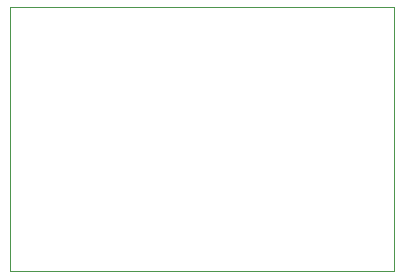
<source format=gbr>
%TF.GenerationSoftware,KiCad,Pcbnew,7.0.10*%
%TF.CreationDate,2024-03-26T17:03:31-04:00*%
%TF.ProjectId,robot_application_v2_KiCAD7,726f626f-745f-4617-9070-6c6963617469,rev?*%
%TF.SameCoordinates,Original*%
%TF.FileFunction,Profile,NP*%
%FSLAX46Y46*%
G04 Gerber Fmt 4.6, Leading zero omitted, Abs format (unit mm)*
G04 Created by KiCad (PCBNEW 7.0.10) date 2024-03-26 17:03:31*
%MOMM*%
%LPD*%
G01*
G04 APERTURE LIST*
%TA.AperFunction,Profile*%
%ADD10C,0.050000*%
%TD*%
G04 APERTURE END LIST*
D10*
X26924000Y-21844000D02*
X59436000Y-21844000D01*
X59436000Y-44196000D01*
X26924000Y-44196000D01*
X26924000Y-21844000D01*
M02*

</source>
